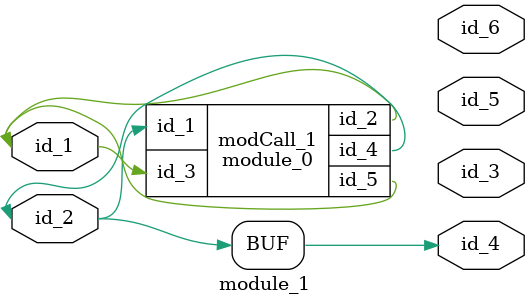
<source format=v>
module module_0 (
    id_1,
    id_2,
    id_3,
    id_4,
    id_5
);
  inout wire id_5;
  output wire id_4;
  input wire id_3;
  output wire id_2;
  input wire id_1;
  wire id_6;
  always @(posedge id_3) id_5 = 1;
endmodule
module module_1 (
    id_1,
    id_2,
    id_3,
    id_4,
    id_5,
    id_6
);
  output wire id_6;
  output wire id_5;
  output wire id_4;
  output wire id_3;
  input wire id_2;
  inout wire id_1;
  assign id_4 = id_2;
  module_0 modCall_1 (
      id_2,
      id_1,
      id_1,
      id_4,
      id_1
  );
endmodule

</source>
